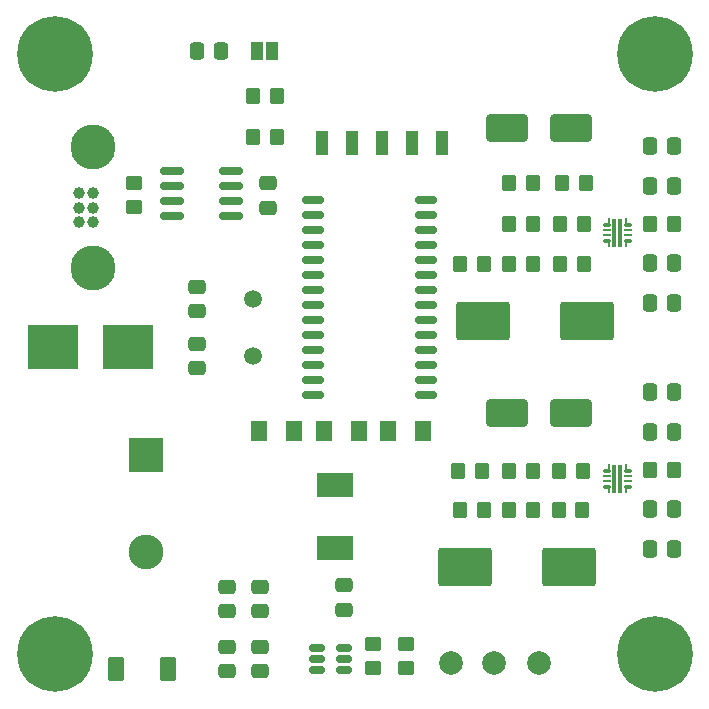
<source format=gts>
%TF.GenerationSoftware,KiCad,Pcbnew,8.0.9*%
%TF.CreationDate,2025-05-21T00:59:13-04:00*%
%TF.ProjectId,rocket_power_board,726f636b-6574-45f7-906f-7765725f626f,rev?*%
%TF.SameCoordinates,Original*%
%TF.FileFunction,Soldermask,Top*%
%TF.FilePolarity,Negative*%
%FSLAX46Y46*%
G04 Gerber Fmt 4.6, Leading zero omitted, Abs format (unit mm)*
G04 Created by KiCad (PCBNEW 8.0.9) date 2025-05-21 00:59:13*
%MOMM*%
%LPD*%
G01*
G04 APERTURE LIST*
G04 Aperture macros list*
%AMRoundRect*
0 Rectangle with rounded corners*
0 $1 Rounding radius*
0 $2 $3 $4 $5 $6 $7 $8 $9 X,Y pos of 4 corners*
0 Add a 4 corners polygon primitive as box body*
4,1,4,$2,$3,$4,$5,$6,$7,$8,$9,$2,$3,0*
0 Add four circle primitives for the rounded corners*
1,1,$1+$1,$2,$3*
1,1,$1+$1,$4,$5*
1,1,$1+$1,$6,$7*
1,1,$1+$1,$8,$9*
0 Add four rect primitives between the rounded corners*
20,1,$1+$1,$2,$3,$4,$5,0*
20,1,$1+$1,$4,$5,$6,$7,0*
20,1,$1+$1,$6,$7,$8,$9,0*
20,1,$1+$1,$8,$9,$2,$3,0*%
G04 Aperture macros list end*
%ADD10RoundRect,0.250000X0.450000X0.800000X-0.450000X0.800000X-0.450000X-0.800000X0.450000X-0.800000X0*%
%ADD11C,2.000000*%
%ADD12R,3.100000X2.000000*%
%ADD13RoundRect,0.250000X-0.350000X-0.450000X0.350000X-0.450000X0.350000X0.450000X-0.350000X0.450000X0*%
%ADD14RoundRect,0.250000X0.475000X-0.337500X0.475000X0.337500X-0.475000X0.337500X-0.475000X-0.337500X0*%
%ADD15RoundRect,0.250000X-0.337500X-0.475000X0.337500X-0.475000X0.337500X0.475000X-0.337500X0.475000X0*%
%ADD16RoundRect,0.250000X-2.000000X1.400000X-2.000000X-1.400000X2.000000X-1.400000X2.000000X1.400000X0*%
%ADD17RoundRect,0.250000X-0.475000X0.337500X-0.475000X-0.337500X0.475000X-0.337500X0.475000X0.337500X0*%
%ADD18RoundRect,0.250000X-1.500000X-0.900000X1.500000X-0.900000X1.500000X0.900000X-1.500000X0.900000X0*%
%ADD19RoundRect,0.250000X0.350000X0.450000X-0.350000X0.450000X-0.350000X-0.450000X0.350000X-0.450000X0*%
%ADD20RoundRect,0.150000X0.825000X0.150000X-0.825000X0.150000X-0.825000X-0.150000X0.825000X-0.150000X0*%
%ADD21C,6.400000*%
%ADD22RoundRect,0.150000X-0.750000X-0.150000X0.750000X-0.150000X0.750000X0.150000X-0.750000X0.150000X0*%
%ADD23RoundRect,0.050000X-0.250000X-0.100000X0.250000X-0.100000X0.250000X0.100000X-0.250000X0.100000X0*%
%ADD24RoundRect,0.050000X0.075000X0.275000X-0.075000X0.275000X-0.075000X-0.275000X0.075000X-0.275000X0*%
%ADD25RoundRect,0.050000X-0.250000X-0.075000X0.250000X-0.075000X0.250000X0.075000X-0.250000X0.075000X0*%
%ADD26RoundRect,0.075000X-0.075000X-1.125000X0.075000X-1.125000X0.075000X1.125000X-0.075000X1.125000X0*%
%ADD27RoundRect,0.050000X0.250000X0.100000X-0.250000X0.100000X-0.250000X-0.100000X0.250000X-0.100000X0*%
%ADD28RoundRect,0.050000X0.250000X0.075000X-0.250000X0.075000X-0.250000X-0.075000X0.250000X-0.075000X0*%
%ADD29RoundRect,0.250000X0.450000X-0.350000X0.450000X0.350000X-0.450000X0.350000X-0.450000X-0.350000X0*%
%ADD30C,3.800000*%
%ADD31C,1.000000*%
%ADD32R,1.000000X2.000000*%
%ADD33RoundRect,0.250001X-0.462499X-0.624999X0.462499X-0.624999X0.462499X0.624999X-0.462499X0.624999X0*%
%ADD34RoundRect,0.250000X0.337500X0.475000X-0.337500X0.475000X-0.337500X-0.475000X0.337500X-0.475000X0*%
%ADD35RoundRect,0.102000X-1.371600X1.371600X-1.371600X-1.371600X1.371600X-1.371600X1.371600X1.371600X0*%
%ADD36C,2.947200*%
%ADD37C,1.500000*%
%ADD38RoundRect,0.150000X-0.512500X-0.150000X0.512500X-0.150000X0.512500X0.150000X-0.512500X0.150000X0*%
%ADD39R,4.241800X3.810000*%
%ADD40R,1.000000X1.500000*%
%ADD41RoundRect,0.250000X-0.450000X0.350000X-0.450000X-0.350000X0.450000X-0.350000X0.450000X0.350000X0*%
G04 APERTURE END LIST*
D10*
%TO.C,D4*%
X205908000Y-135890000D03*
X201508000Y-135890000D03*
%TD*%
D11*
%TO.C,5V*%
X229870000Y-135382000D03*
%TD*%
D12*
%TO.C,L1*%
X220091000Y-125586000D03*
X220091000Y-120286000D03*
%TD*%
D13*
%TO.C,R17*%
X239024500Y-122422500D03*
X241024500Y-122422500D03*
%TD*%
D14*
%TO.C,C6*%
X213741000Y-136038500D03*
X213741000Y-133963500D03*
%TD*%
D15*
%TO.C,C20*%
X246739500Y-94996000D03*
X248814500Y-94996000D03*
%TD*%
D13*
%TO.C,R27*%
X234839000Y-98171000D03*
X236839000Y-98171000D03*
%TD*%
%TO.C,R2*%
X213122000Y-87376000D03*
X215122000Y-87376000D03*
%TD*%
D16*
%TO.C,D9*%
X241382000Y-106426000D03*
X232582000Y-106426000D03*
%TD*%
D13*
%TO.C,R21*%
X234839000Y-122428000D03*
X236839000Y-122428000D03*
%TD*%
D17*
%TO.C,C11*%
X210952500Y-128883500D03*
X210952500Y-130958500D03*
%TD*%
D18*
%TO.C,D8*%
X234663000Y-90043000D03*
X240063000Y-90043000D03*
%TD*%
D14*
%TO.C,C7*%
X210952500Y-136038500D03*
X210952500Y-133963500D03*
%TD*%
D15*
%TO.C,C21*%
X246739500Y-101473000D03*
X248814500Y-101473000D03*
%TD*%
%TO.C,C19*%
X246739500Y-91567000D03*
X248814500Y-91567000D03*
%TD*%
D19*
%TO.C,R22*%
X232648000Y-122428000D03*
X230648000Y-122428000D03*
%TD*%
D20*
%TO.C,U1*%
X211263000Y-97536000D03*
X211263000Y-96266000D03*
X211263000Y-94996000D03*
X211263000Y-93726000D03*
X206313000Y-93726000D03*
X206313000Y-94996000D03*
X206313000Y-96266000D03*
X206313000Y-97536000D03*
%TD*%
D21*
%TO.C,H3*%
X196342000Y-134620000D03*
%TD*%
D22*
%TO.C,U2*%
X218212000Y-96139000D03*
X218212000Y-97409000D03*
X218212000Y-98679000D03*
X218212000Y-99949000D03*
X218212000Y-101219000D03*
X218212000Y-102489000D03*
X218212000Y-103759000D03*
X218212000Y-105029000D03*
X218212000Y-106299000D03*
X218212000Y-107569000D03*
X218212000Y-108839000D03*
X218212000Y-110109000D03*
X218212000Y-111379000D03*
X218212000Y-112649000D03*
X227812000Y-112649000D03*
X227812000Y-111379000D03*
X227812000Y-110109000D03*
X227812000Y-108839000D03*
X227812000Y-107569000D03*
X227812000Y-106299000D03*
X227812000Y-105029000D03*
X227812000Y-103759000D03*
X227812000Y-102489000D03*
X227812000Y-101219000D03*
X227812000Y-99949000D03*
X227812000Y-98679000D03*
X227812000Y-97409000D03*
X227812000Y-96139000D03*
%TD*%
D23*
%TO.C,U4*%
X243067000Y-119061000D03*
D24*
X243242000Y-118886000D03*
D25*
X243067000Y-119536000D03*
X243067000Y-119986000D03*
D23*
X243067000Y-120461000D03*
D24*
X243242000Y-120636000D03*
D26*
X243717000Y-119761000D03*
X244217000Y-119761000D03*
D24*
X244692000Y-120636000D03*
D27*
X244867000Y-120461000D03*
D28*
X244867000Y-119986000D03*
X244867000Y-119536000D03*
D24*
X244692000Y-118886000D03*
D27*
X244867000Y-119061000D03*
%TD*%
D11*
%TO.C,12V*%
X237363000Y-135382000D03*
%TD*%
D13*
%TO.C,R33*%
X234839000Y-101600000D03*
X236839000Y-101600000D03*
%TD*%
%TO.C,R12*%
X230521000Y-119126000D03*
X232521000Y-119126000D03*
%TD*%
D29*
%TO.C,R16*%
X223271500Y-135747000D03*
X223271500Y-133747000D03*
%TD*%
D30*
%TO.C,J2*%
X199624000Y-91644000D03*
X199624000Y-101944000D03*
D31*
X199624000Y-98044000D03*
X199624000Y-96794000D03*
X199624000Y-95544000D03*
X198374000Y-98044000D03*
X198374000Y-96794000D03*
X198374000Y-95544000D03*
%TD*%
D32*
%TO.C,J1*%
X218948000Y-91347500D03*
X221488000Y-91347500D03*
X224028000Y-91347500D03*
X226568000Y-91347500D03*
X229108000Y-91347500D03*
%TD*%
D14*
%TO.C,C5*%
X208433000Y-110384500D03*
X208433000Y-108309500D03*
%TD*%
D13*
%TO.C,R29*%
X246777000Y-98171000D03*
X248777000Y-98171000D03*
%TD*%
D11*
%TO.C,5V_O*%
X233553000Y-135382000D03*
%TD*%
D21*
%TO.C,H2*%
X247142000Y-83820000D03*
%TD*%
D13*
%TO.C,R5*%
X213122000Y-90805000D03*
X215122000Y-90805000D03*
%TD*%
D18*
%TO.C,D6*%
X234673500Y-114167500D03*
X240073500Y-114167500D03*
%TD*%
D13*
%TO.C,R30*%
X239157000Y-101600000D03*
X241157000Y-101600000D03*
%TD*%
D33*
%TO.C,D3*%
X224572500Y-115697000D03*
X227547500Y-115697000D03*
%TD*%
D34*
%TO.C,C2*%
X210460500Y-83566000D03*
X208385500Y-83566000D03*
%TD*%
D13*
%TO.C,R13*%
X234839000Y-119126000D03*
X236839000Y-119126000D03*
%TD*%
D15*
%TO.C,C9*%
X246739500Y-112395000D03*
X248814500Y-112395000D03*
%TD*%
D29*
%TO.C,R1*%
X203073000Y-96758000D03*
X203073000Y-94758000D03*
%TD*%
D16*
%TO.C,D7*%
X239858000Y-127254000D03*
X231058000Y-127254000D03*
%TD*%
D17*
%TO.C,C4*%
X208433000Y-103483500D03*
X208433000Y-105558500D03*
%TD*%
D15*
%TO.C,C12*%
X246739500Y-122301000D03*
X248814500Y-122301000D03*
%TD*%
D13*
%TO.C,R26*%
X239284000Y-94742000D03*
X241284000Y-94742000D03*
%TD*%
D19*
%TO.C,R34*%
X232648000Y-101600000D03*
X230648000Y-101600000D03*
%TD*%
D33*
%TO.C,D2*%
X219111500Y-115697000D03*
X222086500Y-115697000D03*
%TD*%
D35*
%TO.C,J3*%
X204078500Y-117729000D03*
D36*
X204078500Y-125984000D03*
%TD*%
D17*
%TO.C,C13*%
X213746500Y-128883500D03*
X213746500Y-130958500D03*
%TD*%
%TO.C,C8*%
X220858500Y-128756500D03*
X220858500Y-130831500D03*
%TD*%
D15*
%TO.C,C10*%
X246739500Y-115824000D03*
X248814500Y-115824000D03*
%TD*%
D37*
%TO.C,Y1*%
X213106000Y-109384000D03*
X213106000Y-104504000D03*
%TD*%
D33*
%TO.C,D1*%
X213650500Y-115697000D03*
X216625500Y-115697000D03*
%TD*%
D17*
%TO.C,C1*%
X214376000Y-94720500D03*
X214376000Y-96795500D03*
%TD*%
D13*
%TO.C,R28*%
X239157000Y-98171000D03*
X241157000Y-98171000D03*
%TD*%
D21*
%TO.C,H1*%
X196342000Y-83820000D03*
%TD*%
D38*
%TO.C,U3*%
X218578000Y-134051000D03*
X218578000Y-135001000D03*
X218578000Y-135951000D03*
X220853000Y-135951000D03*
X220853000Y-135001000D03*
X220853000Y-134051000D03*
%TD*%
D39*
%TO.C,F1*%
X202577700Y-108585000D03*
X196202300Y-108585000D03*
%TD*%
D40*
%TO.C,JP1*%
X213472000Y-83566000D03*
X214772000Y-83566000D03*
%TD*%
D13*
%TO.C,R18*%
X246777000Y-118999000D03*
X248777000Y-118999000D03*
%TD*%
%TO.C,R14*%
X239030000Y-119126000D03*
X241030000Y-119126000D03*
%TD*%
D15*
%TO.C,C18*%
X246739500Y-125730000D03*
X248814500Y-125730000D03*
%TD*%
D23*
%TO.C,U7*%
X243067000Y-98233000D03*
D24*
X243242000Y-98058000D03*
D25*
X243067000Y-98708000D03*
X243067000Y-99158000D03*
D23*
X243067000Y-99633000D03*
D24*
X243242000Y-99808000D03*
D26*
X243717000Y-98933000D03*
X244217000Y-98933000D03*
D24*
X244692000Y-99808000D03*
D27*
X244867000Y-99633000D03*
D28*
X244867000Y-99158000D03*
X244867000Y-98708000D03*
D24*
X244692000Y-98058000D03*
D27*
X244867000Y-98233000D03*
%TD*%
D21*
%TO.C,H4*%
X247142000Y-134620000D03*
%TD*%
D13*
%TO.C,R25*%
X234839000Y-94742000D03*
X236839000Y-94742000D03*
%TD*%
D15*
%TO.C,C23*%
X246739500Y-104902000D03*
X248814500Y-104902000D03*
%TD*%
D41*
%TO.C,R15*%
X226065500Y-133747000D03*
X226065500Y-135747000D03*
%TD*%
M02*

</source>
